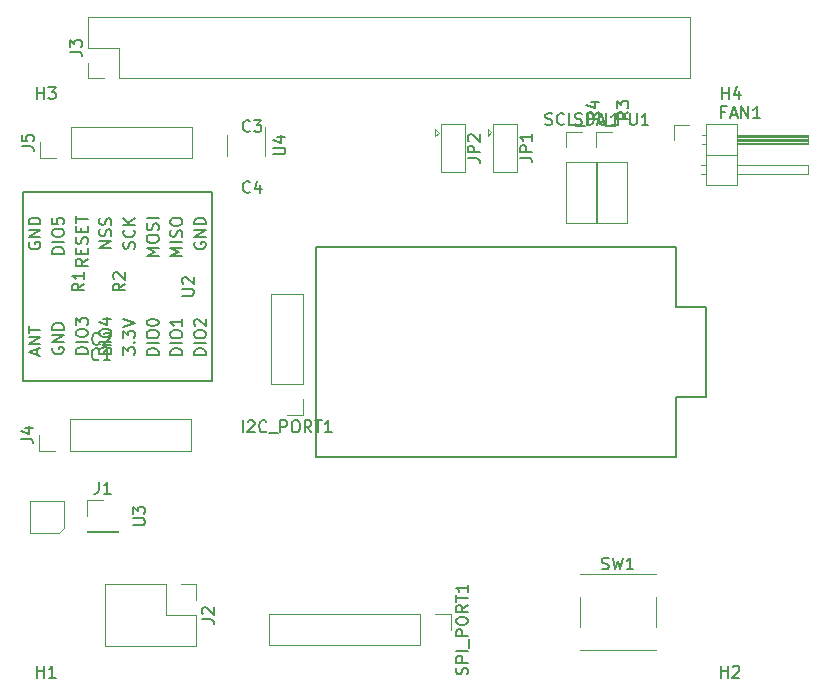
<source format=gbr>
%TF.GenerationSoftware,KiCad,Pcbnew,(5.1.10)-1*%
%TF.CreationDate,2021-12-09T17:34:34+08:00*%
%TF.ProjectId,hat,6861742e-6b69-4636-9164-5f7063625858,rev?*%
%TF.SameCoordinates,Original*%
%TF.FileFunction,Legend,Top*%
%TF.FilePolarity,Positive*%
%FSLAX46Y46*%
G04 Gerber Fmt 4.6, Leading zero omitted, Abs format (unit mm)*
G04 Created by KiCad (PCBNEW (5.1.10)-1) date 2021-12-09 17:34:34*
%MOMM*%
%LPD*%
G01*
G04 APERTURE LIST*
%ADD10C,0.120000*%
%ADD11C,0.160000*%
%ADD12C,0.150000*%
G04 APERTURE END LIST*
D10*
%TO.C,J2*%
X95590000Y-104670000D02*
X95590000Y-109870000D01*
X100730000Y-104670000D02*
X95590000Y-104670000D01*
X103330000Y-109870000D02*
X95590000Y-109870000D01*
X100730000Y-104670000D02*
X100730000Y-107270000D01*
X100730000Y-107270000D02*
X103330000Y-107270000D01*
X103330000Y-107270000D02*
X103330000Y-109870000D01*
X102000000Y-104670000D02*
X103330000Y-104670000D01*
X103330000Y-104670000D02*
X103330000Y-106000000D01*
%TO.C,U4*%
X105890000Y-66600000D02*
X105890000Y-68400000D01*
X109110000Y-68400000D02*
X109110000Y-65950000D01*
%TO.C,U3*%
X91720000Y-100290000D02*
X92120000Y-99890000D01*
X92120000Y-99890000D02*
X92120000Y-97590000D01*
X92120000Y-97590000D02*
X89220000Y-97590000D01*
X89220000Y-97590000D02*
X89220000Y-100290000D01*
X89220000Y-100290000D02*
X91620000Y-100290000D01*
X91620000Y-100290000D02*
X91720000Y-100290000D01*
D11*
%TO.C,U2*%
X104675000Y-71450000D02*
X88675000Y-71450000D01*
X88675000Y-71450000D02*
X88675000Y-87450000D01*
X88675000Y-87450000D02*
X104675000Y-87450000D01*
X104675000Y-87450000D02*
X104675000Y-71450000D01*
D10*
%TO.C,SPI_PORT1*%
X109510000Y-107170000D02*
X109510000Y-109830000D01*
X122270000Y-107170000D02*
X109510000Y-107170000D01*
X122270000Y-109830000D02*
X109510000Y-109830000D01*
X122270000Y-107170000D02*
X122270000Y-109830000D01*
X123540000Y-107170000D02*
X124870000Y-107170000D01*
X124870000Y-107170000D02*
X124870000Y-108500000D01*
%TO.C,SDA_PU1*%
X137170000Y-74060000D02*
X139830000Y-74060000D01*
X137170000Y-68920000D02*
X137170000Y-74060000D01*
X139830000Y-68920000D02*
X139830000Y-74060000D01*
X137170000Y-68920000D02*
X139830000Y-68920000D01*
X137170000Y-67650000D02*
X137170000Y-66320000D01*
X137170000Y-66320000D02*
X138500000Y-66320000D01*
%TO.C,SCL_PU1*%
X134630000Y-74060000D02*
X137290000Y-74060000D01*
X134630000Y-68920000D02*
X134630000Y-74060000D01*
X137290000Y-68920000D02*
X137290000Y-74060000D01*
X134630000Y-68920000D02*
X137290000Y-68920000D01*
X134630000Y-67650000D02*
X134630000Y-66320000D01*
X134630000Y-66320000D02*
X135960000Y-66320000D01*
%TO.C,JP2*%
X123860000Y-66440000D02*
X123560000Y-66740000D01*
X123560000Y-66140000D02*
X123560000Y-66740000D01*
X123860000Y-66440000D02*
X123560000Y-66140000D01*
X124060000Y-65690000D02*
X126060000Y-65690000D01*
X124060000Y-69790000D02*
X124060000Y-65690000D01*
X126060000Y-69790000D02*
X124060000Y-69790000D01*
X126060000Y-65690000D02*
X126060000Y-69790000D01*
%TO.C,JP1*%
X128280000Y-66400000D02*
X127980000Y-66700000D01*
X127980000Y-66100000D02*
X127980000Y-66700000D01*
X128280000Y-66400000D02*
X127980000Y-66100000D01*
X128480000Y-65650000D02*
X130480000Y-65650000D01*
X128480000Y-69750000D02*
X128480000Y-65650000D01*
X130480000Y-69750000D02*
X128480000Y-69750000D01*
X130480000Y-65650000D02*
X130480000Y-69750000D01*
%TO.C,J5*%
X102920000Y-68580000D02*
X102920000Y-65920000D01*
X92700000Y-68580000D02*
X102920000Y-68580000D01*
X92700000Y-65920000D02*
X102920000Y-65920000D01*
X92700000Y-68580000D02*
X92700000Y-65920000D01*
X91430000Y-68580000D02*
X90100000Y-68580000D01*
X90100000Y-68580000D02*
X90100000Y-67250000D01*
%TO.C,J4*%
X102865000Y-93330000D02*
X102865000Y-90670000D01*
X92645000Y-93330000D02*
X102865000Y-93330000D01*
X92645000Y-90670000D02*
X102865000Y-90670000D01*
X92645000Y-93330000D02*
X92645000Y-90670000D01*
X91375000Y-93330000D02*
X90045000Y-93330000D01*
X90045000Y-93330000D02*
X90045000Y-92000000D01*
%TO.C,J1*%
X94070000Y-100205000D02*
X96730000Y-100205000D01*
X94070000Y-100145000D02*
X94070000Y-100205000D01*
X96730000Y-100145000D02*
X96730000Y-100205000D01*
X94070000Y-100145000D02*
X96730000Y-100145000D01*
X94070000Y-98875000D02*
X94070000Y-97545000D01*
X94070000Y-97545000D02*
X95400000Y-97545000D01*
%TO.C,I2C_PORT1*%
X112330000Y-80050000D02*
X109670000Y-80050000D01*
X112330000Y-87730000D02*
X112330000Y-80050000D01*
X109670000Y-87730000D02*
X109670000Y-80050000D01*
X112330000Y-87730000D02*
X109670000Y-87730000D01*
X112330000Y-89000000D02*
X112330000Y-90330000D01*
X112330000Y-90330000D02*
X111000000Y-90330000D01*
%TO.C,FAN1*%
X146440000Y-65670000D02*
X146440000Y-70870000D01*
X146440000Y-70870000D02*
X149100000Y-70870000D01*
X149100000Y-70870000D02*
X149100000Y-65670000D01*
X149100000Y-65670000D02*
X146440000Y-65670000D01*
X149100000Y-66620000D02*
X155100000Y-66620000D01*
X155100000Y-66620000D02*
X155100000Y-67380000D01*
X155100000Y-67380000D02*
X149100000Y-67380000D01*
X149100000Y-66680000D02*
X155100000Y-66680000D01*
X149100000Y-66800000D02*
X155100000Y-66800000D01*
X149100000Y-66920000D02*
X155100000Y-66920000D01*
X149100000Y-67040000D02*
X155100000Y-67040000D01*
X149100000Y-67160000D02*
X155100000Y-67160000D01*
X149100000Y-67280000D02*
X155100000Y-67280000D01*
X146110000Y-66620000D02*
X146440000Y-66620000D01*
X146110000Y-67380000D02*
X146440000Y-67380000D01*
X146440000Y-68270000D02*
X149100000Y-68270000D01*
X149100000Y-69160000D02*
X155100000Y-69160000D01*
X155100000Y-69160000D02*
X155100000Y-69920000D01*
X155100000Y-69920000D02*
X149100000Y-69920000D01*
X146042929Y-69160000D02*
X146440000Y-69160000D01*
X146042929Y-69920000D02*
X146440000Y-69920000D01*
X143730000Y-67000000D02*
X143730000Y-65730000D01*
X143730000Y-65730000D02*
X145000000Y-65730000D01*
%TO.C,J3*%
X94170000Y-61830000D02*
X94170000Y-60500000D01*
X95500000Y-61830000D02*
X94170000Y-61830000D01*
X94170000Y-59230000D02*
X94170000Y-56630000D01*
X96770000Y-59230000D02*
X94170000Y-59230000D01*
X96770000Y-61830000D02*
X96770000Y-59230000D01*
X94170000Y-56630000D02*
X145090000Y-56630000D01*
X96770000Y-61830000D02*
X145090000Y-61830000D01*
X145090000Y-61830000D02*
X145090000Y-56630000D01*
%TO.C,SW1*%
X135770000Y-110230000D02*
X142230000Y-110230000D01*
X135770000Y-105700000D02*
X135770000Y-108300000D01*
X135770000Y-103770000D02*
X142230000Y-103770000D01*
X142230000Y-105700000D02*
X142230000Y-108300000D01*
X135770000Y-103800000D02*
X135770000Y-103770000D01*
X135770000Y-110230000D02*
X135770000Y-110200000D01*
X142230000Y-110230000D02*
X142230000Y-110200000D01*
X142230000Y-103770000D02*
X142230000Y-103800000D01*
D12*
%TO.C,U1*%
X143915000Y-76110000D02*
X113435000Y-76110000D01*
X143915000Y-76110000D02*
X143915000Y-81190000D01*
X143915000Y-81190000D02*
X146455000Y-81190000D01*
X146455000Y-81190000D02*
X146455000Y-88810000D01*
X146455000Y-88810000D02*
X143915000Y-88810000D01*
X143915000Y-88810000D02*
X143915000Y-93890000D01*
X143915000Y-93890000D02*
X113435000Y-93890000D01*
X113435000Y-93890000D02*
X113435000Y-76110000D01*
%TO.C,J2*%
X103782380Y-107603333D02*
X104496666Y-107603333D01*
X104639523Y-107650952D01*
X104734761Y-107746190D01*
X104782380Y-107889047D01*
X104782380Y-107984285D01*
X103877619Y-107174761D02*
X103830000Y-107127142D01*
X103782380Y-107031904D01*
X103782380Y-106793809D01*
X103830000Y-106698571D01*
X103877619Y-106650952D01*
X103972857Y-106603333D01*
X104068095Y-106603333D01*
X104210952Y-106650952D01*
X104782380Y-107222380D01*
X104782380Y-106603333D01*
%TO.C,U4*%
X109852380Y-68261904D02*
X110661904Y-68261904D01*
X110757142Y-68214285D01*
X110804761Y-68166666D01*
X110852380Y-68071428D01*
X110852380Y-67880952D01*
X110804761Y-67785714D01*
X110757142Y-67738095D01*
X110661904Y-67690476D01*
X109852380Y-67690476D01*
X110185714Y-66785714D02*
X110852380Y-66785714D01*
X109804761Y-67023809D02*
X110519047Y-67261904D01*
X110519047Y-66642857D01*
%TO.C,U3*%
X97972380Y-99651904D02*
X98781904Y-99651904D01*
X98877142Y-99604285D01*
X98924761Y-99556666D01*
X98972380Y-99461428D01*
X98972380Y-99270952D01*
X98924761Y-99175714D01*
X98877142Y-99128095D01*
X98781904Y-99080476D01*
X97972380Y-99080476D01*
X97972380Y-98699523D02*
X97972380Y-98080476D01*
X98353333Y-98413809D01*
X98353333Y-98270952D01*
X98400952Y-98175714D01*
X98448571Y-98128095D01*
X98543809Y-98080476D01*
X98781904Y-98080476D01*
X98877142Y-98128095D01*
X98924761Y-98175714D01*
X98972380Y-98270952D01*
X98972380Y-98556666D01*
X98924761Y-98651904D01*
X98877142Y-98699523D01*
%TO.C,U2*%
X102127380Y-80211904D02*
X102936904Y-80211904D01*
X103032142Y-80164285D01*
X103079761Y-80116666D01*
X103127380Y-80021428D01*
X103127380Y-79830952D01*
X103079761Y-79735714D01*
X103032142Y-79688095D01*
X102936904Y-79640476D01*
X102127380Y-79640476D01*
X102222619Y-79211904D02*
X102175000Y-79164285D01*
X102127380Y-79069047D01*
X102127380Y-78830952D01*
X102175000Y-78735714D01*
X102222619Y-78688095D01*
X102317857Y-78640476D01*
X102413095Y-78640476D01*
X102555952Y-78688095D01*
X103127380Y-79259523D01*
X103127380Y-78640476D01*
X91175000Y-84611904D02*
X91127380Y-84707142D01*
X91127380Y-84850000D01*
X91175000Y-84992857D01*
X91270238Y-85088095D01*
X91365476Y-85135714D01*
X91555952Y-85183333D01*
X91698809Y-85183333D01*
X91889285Y-85135714D01*
X91984523Y-85088095D01*
X92079761Y-84992857D01*
X92127380Y-84850000D01*
X92127380Y-84754761D01*
X92079761Y-84611904D01*
X92032142Y-84564285D01*
X91698809Y-84564285D01*
X91698809Y-84754761D01*
X92127380Y-84135714D02*
X91127380Y-84135714D01*
X92127380Y-83564285D01*
X91127380Y-83564285D01*
X92127380Y-83088095D02*
X91127380Y-83088095D01*
X91127380Y-82850000D01*
X91175000Y-82707142D01*
X91270238Y-82611904D01*
X91365476Y-82564285D01*
X91555952Y-82516666D01*
X91698809Y-82516666D01*
X91889285Y-82564285D01*
X91984523Y-82611904D01*
X92079761Y-82707142D01*
X92127380Y-82850000D01*
X92127380Y-83088095D01*
X94127380Y-85150000D02*
X93127380Y-85150000D01*
X93127380Y-84911904D01*
X93175000Y-84769047D01*
X93270238Y-84673809D01*
X93365476Y-84626190D01*
X93555952Y-84578571D01*
X93698809Y-84578571D01*
X93889285Y-84626190D01*
X93984523Y-84673809D01*
X94079761Y-84769047D01*
X94127380Y-84911904D01*
X94127380Y-85150000D01*
X94127380Y-84150000D02*
X93127380Y-84150000D01*
X93127380Y-83483333D02*
X93127380Y-83292857D01*
X93175000Y-83197619D01*
X93270238Y-83102380D01*
X93460714Y-83054761D01*
X93794047Y-83054761D01*
X93984523Y-83102380D01*
X94079761Y-83197619D01*
X94127380Y-83292857D01*
X94127380Y-83483333D01*
X94079761Y-83578571D01*
X93984523Y-83673809D01*
X93794047Y-83721428D01*
X93460714Y-83721428D01*
X93270238Y-83673809D01*
X93175000Y-83578571D01*
X93127380Y-83483333D01*
X93127380Y-82721428D02*
X93127380Y-82102380D01*
X93508333Y-82435714D01*
X93508333Y-82292857D01*
X93555952Y-82197619D01*
X93603571Y-82150000D01*
X93698809Y-82102380D01*
X93936904Y-82102380D01*
X94032142Y-82150000D01*
X94079761Y-82197619D01*
X94127380Y-82292857D01*
X94127380Y-82578571D01*
X94079761Y-82673809D01*
X94032142Y-82721428D01*
X96127380Y-85150000D02*
X95127380Y-85150000D01*
X95127380Y-84911904D01*
X95175000Y-84769047D01*
X95270238Y-84673809D01*
X95365476Y-84626190D01*
X95555952Y-84578571D01*
X95698809Y-84578571D01*
X95889285Y-84626190D01*
X95984523Y-84673809D01*
X96079761Y-84769047D01*
X96127380Y-84911904D01*
X96127380Y-85150000D01*
X96127380Y-84150000D02*
X95127380Y-84150000D01*
X95127380Y-83483333D02*
X95127380Y-83292857D01*
X95175000Y-83197619D01*
X95270238Y-83102380D01*
X95460714Y-83054761D01*
X95794047Y-83054761D01*
X95984523Y-83102380D01*
X96079761Y-83197619D01*
X96127380Y-83292857D01*
X96127380Y-83483333D01*
X96079761Y-83578571D01*
X95984523Y-83673809D01*
X95794047Y-83721428D01*
X95460714Y-83721428D01*
X95270238Y-83673809D01*
X95175000Y-83578571D01*
X95127380Y-83483333D01*
X95460714Y-82197619D02*
X96127380Y-82197619D01*
X95079761Y-82435714D02*
X95794047Y-82673809D01*
X95794047Y-82054761D01*
X97127380Y-85226190D02*
X97127380Y-84607142D01*
X97508333Y-84940476D01*
X97508333Y-84797619D01*
X97555952Y-84702380D01*
X97603571Y-84654761D01*
X97698809Y-84607142D01*
X97936904Y-84607142D01*
X98032142Y-84654761D01*
X98079761Y-84702380D01*
X98127380Y-84797619D01*
X98127380Y-85083333D01*
X98079761Y-85178571D01*
X98032142Y-85226190D01*
X98032142Y-84178571D02*
X98079761Y-84130952D01*
X98127380Y-84178571D01*
X98079761Y-84226190D01*
X98032142Y-84178571D01*
X98127380Y-84178571D01*
X97127380Y-83797619D02*
X97127380Y-83178571D01*
X97508333Y-83511904D01*
X97508333Y-83369047D01*
X97555952Y-83273809D01*
X97603571Y-83226190D01*
X97698809Y-83178571D01*
X97936904Y-83178571D01*
X98032142Y-83226190D01*
X98079761Y-83273809D01*
X98127380Y-83369047D01*
X98127380Y-83654761D01*
X98079761Y-83750000D01*
X98032142Y-83797619D01*
X97127380Y-82892857D02*
X98127380Y-82559523D01*
X97127380Y-82226190D01*
X100127380Y-85250000D02*
X99127380Y-85250000D01*
X99127380Y-85011904D01*
X99175000Y-84869047D01*
X99270238Y-84773809D01*
X99365476Y-84726190D01*
X99555952Y-84678571D01*
X99698809Y-84678571D01*
X99889285Y-84726190D01*
X99984523Y-84773809D01*
X100079761Y-84869047D01*
X100127380Y-85011904D01*
X100127380Y-85250000D01*
X100127380Y-84250000D02*
X99127380Y-84250000D01*
X99127380Y-83583333D02*
X99127380Y-83392857D01*
X99175000Y-83297619D01*
X99270238Y-83202380D01*
X99460714Y-83154761D01*
X99794047Y-83154761D01*
X99984523Y-83202380D01*
X100079761Y-83297619D01*
X100127380Y-83392857D01*
X100127380Y-83583333D01*
X100079761Y-83678571D01*
X99984523Y-83773809D01*
X99794047Y-83821428D01*
X99460714Y-83821428D01*
X99270238Y-83773809D01*
X99175000Y-83678571D01*
X99127380Y-83583333D01*
X99127380Y-82535714D02*
X99127380Y-82440476D01*
X99175000Y-82345238D01*
X99222619Y-82297619D01*
X99317857Y-82250000D01*
X99508333Y-82202380D01*
X99746428Y-82202380D01*
X99936904Y-82250000D01*
X100032142Y-82297619D01*
X100079761Y-82345238D01*
X100127380Y-82440476D01*
X100127380Y-82535714D01*
X100079761Y-82630952D01*
X100032142Y-82678571D01*
X99936904Y-82726190D01*
X99746428Y-82773809D01*
X99508333Y-82773809D01*
X99317857Y-82726190D01*
X99222619Y-82678571D01*
X99175000Y-82630952D01*
X99127380Y-82535714D01*
X102127380Y-85250000D02*
X101127380Y-85250000D01*
X101127380Y-85011904D01*
X101175000Y-84869047D01*
X101270238Y-84773809D01*
X101365476Y-84726190D01*
X101555952Y-84678571D01*
X101698809Y-84678571D01*
X101889285Y-84726190D01*
X101984523Y-84773809D01*
X102079761Y-84869047D01*
X102127380Y-85011904D01*
X102127380Y-85250000D01*
X102127380Y-84250000D02*
X101127380Y-84250000D01*
X101127380Y-83583333D02*
X101127380Y-83392857D01*
X101175000Y-83297619D01*
X101270238Y-83202380D01*
X101460714Y-83154761D01*
X101794047Y-83154761D01*
X101984523Y-83202380D01*
X102079761Y-83297619D01*
X102127380Y-83392857D01*
X102127380Y-83583333D01*
X102079761Y-83678571D01*
X101984523Y-83773809D01*
X101794047Y-83821428D01*
X101460714Y-83821428D01*
X101270238Y-83773809D01*
X101175000Y-83678571D01*
X101127380Y-83583333D01*
X102127380Y-82202380D02*
X102127380Y-82773809D01*
X102127380Y-82488095D02*
X101127380Y-82488095D01*
X101270238Y-82583333D01*
X101365476Y-82678571D01*
X101413095Y-82773809D01*
X104127380Y-85250000D02*
X103127380Y-85250000D01*
X103127380Y-85011904D01*
X103175000Y-84869047D01*
X103270238Y-84773809D01*
X103365476Y-84726190D01*
X103555952Y-84678571D01*
X103698809Y-84678571D01*
X103889285Y-84726190D01*
X103984523Y-84773809D01*
X104079761Y-84869047D01*
X104127380Y-85011904D01*
X104127380Y-85250000D01*
X104127380Y-84250000D02*
X103127380Y-84250000D01*
X103127380Y-83583333D02*
X103127380Y-83392857D01*
X103175000Y-83297619D01*
X103270238Y-83202380D01*
X103460714Y-83154761D01*
X103794047Y-83154761D01*
X103984523Y-83202380D01*
X104079761Y-83297619D01*
X104127380Y-83392857D01*
X104127380Y-83583333D01*
X104079761Y-83678571D01*
X103984523Y-83773809D01*
X103794047Y-83821428D01*
X103460714Y-83821428D01*
X103270238Y-83773809D01*
X103175000Y-83678571D01*
X103127380Y-83583333D01*
X103222619Y-82773809D02*
X103175000Y-82726190D01*
X103127380Y-82630952D01*
X103127380Y-82392857D01*
X103175000Y-82297619D01*
X103222619Y-82250000D01*
X103317857Y-82202380D01*
X103413095Y-82202380D01*
X103555952Y-82250000D01*
X104127380Y-82821428D01*
X104127380Y-82202380D01*
X89175000Y-75711904D02*
X89127380Y-75807142D01*
X89127380Y-75950000D01*
X89175000Y-76092857D01*
X89270238Y-76188095D01*
X89365476Y-76235714D01*
X89555952Y-76283333D01*
X89698809Y-76283333D01*
X89889285Y-76235714D01*
X89984523Y-76188095D01*
X90079761Y-76092857D01*
X90127380Y-75950000D01*
X90127380Y-75854761D01*
X90079761Y-75711904D01*
X90032142Y-75664285D01*
X89698809Y-75664285D01*
X89698809Y-75854761D01*
X90127380Y-75235714D02*
X89127380Y-75235714D01*
X90127380Y-74664285D01*
X89127380Y-74664285D01*
X90127380Y-74188095D02*
X89127380Y-74188095D01*
X89127380Y-73950000D01*
X89175000Y-73807142D01*
X89270238Y-73711904D01*
X89365476Y-73664285D01*
X89555952Y-73616666D01*
X89698809Y-73616666D01*
X89889285Y-73664285D01*
X89984523Y-73711904D01*
X90079761Y-73807142D01*
X90127380Y-73950000D01*
X90127380Y-74188095D01*
X92127380Y-76650000D02*
X91127380Y-76650000D01*
X91127380Y-76411904D01*
X91175000Y-76269047D01*
X91270238Y-76173809D01*
X91365476Y-76126190D01*
X91555952Y-76078571D01*
X91698809Y-76078571D01*
X91889285Y-76126190D01*
X91984523Y-76173809D01*
X92079761Y-76269047D01*
X92127380Y-76411904D01*
X92127380Y-76650000D01*
X92127380Y-75650000D02*
X91127380Y-75650000D01*
X91127380Y-74983333D02*
X91127380Y-74792857D01*
X91175000Y-74697619D01*
X91270238Y-74602380D01*
X91460714Y-74554761D01*
X91794047Y-74554761D01*
X91984523Y-74602380D01*
X92079761Y-74697619D01*
X92127380Y-74792857D01*
X92127380Y-74983333D01*
X92079761Y-75078571D01*
X91984523Y-75173809D01*
X91794047Y-75221428D01*
X91460714Y-75221428D01*
X91270238Y-75173809D01*
X91175000Y-75078571D01*
X91127380Y-74983333D01*
X91127380Y-73650000D02*
X91127380Y-74126190D01*
X91603571Y-74173809D01*
X91555952Y-74126190D01*
X91508333Y-74030952D01*
X91508333Y-73792857D01*
X91555952Y-73697619D01*
X91603571Y-73650000D01*
X91698809Y-73602380D01*
X91936904Y-73602380D01*
X92032142Y-73650000D01*
X92079761Y-73697619D01*
X92127380Y-73792857D01*
X92127380Y-74030952D01*
X92079761Y-74126190D01*
X92032142Y-74173809D01*
X94127380Y-77102380D02*
X93651190Y-77435714D01*
X94127380Y-77673809D02*
X93127380Y-77673809D01*
X93127380Y-77292857D01*
X93175000Y-77197619D01*
X93222619Y-77150000D01*
X93317857Y-77102380D01*
X93460714Y-77102380D01*
X93555952Y-77150000D01*
X93603571Y-77197619D01*
X93651190Y-77292857D01*
X93651190Y-77673809D01*
X93603571Y-76673809D02*
X93603571Y-76340476D01*
X94127380Y-76197619D02*
X94127380Y-76673809D01*
X93127380Y-76673809D01*
X93127380Y-76197619D01*
X94079761Y-75816666D02*
X94127380Y-75673809D01*
X94127380Y-75435714D01*
X94079761Y-75340476D01*
X94032142Y-75292857D01*
X93936904Y-75245238D01*
X93841666Y-75245238D01*
X93746428Y-75292857D01*
X93698809Y-75340476D01*
X93651190Y-75435714D01*
X93603571Y-75626190D01*
X93555952Y-75721428D01*
X93508333Y-75769047D01*
X93413095Y-75816666D01*
X93317857Y-75816666D01*
X93222619Y-75769047D01*
X93175000Y-75721428D01*
X93127380Y-75626190D01*
X93127380Y-75388095D01*
X93175000Y-75245238D01*
X93603571Y-74816666D02*
X93603571Y-74483333D01*
X94127380Y-74340476D02*
X94127380Y-74816666D01*
X93127380Y-74816666D01*
X93127380Y-74340476D01*
X93127380Y-74054761D02*
X93127380Y-73483333D01*
X94127380Y-73769047D02*
X93127380Y-73769047D01*
X96127380Y-76188095D02*
X95127380Y-76188095D01*
X96127380Y-75616666D01*
X95127380Y-75616666D01*
X96079761Y-75188095D02*
X96127380Y-75045238D01*
X96127380Y-74807142D01*
X96079761Y-74711904D01*
X96032142Y-74664285D01*
X95936904Y-74616666D01*
X95841666Y-74616666D01*
X95746428Y-74664285D01*
X95698809Y-74711904D01*
X95651190Y-74807142D01*
X95603571Y-74997619D01*
X95555952Y-75092857D01*
X95508333Y-75140476D01*
X95413095Y-75188095D01*
X95317857Y-75188095D01*
X95222619Y-75140476D01*
X95175000Y-75092857D01*
X95127380Y-74997619D01*
X95127380Y-74759523D01*
X95175000Y-74616666D01*
X96079761Y-74235714D02*
X96127380Y-74092857D01*
X96127380Y-73854761D01*
X96079761Y-73759523D01*
X96032142Y-73711904D01*
X95936904Y-73664285D01*
X95841666Y-73664285D01*
X95746428Y-73711904D01*
X95698809Y-73759523D01*
X95651190Y-73854761D01*
X95603571Y-74045238D01*
X95555952Y-74140476D01*
X95508333Y-74188095D01*
X95413095Y-74235714D01*
X95317857Y-74235714D01*
X95222619Y-74188095D01*
X95175000Y-74140476D01*
X95127380Y-74045238D01*
X95127380Y-73807142D01*
X95175000Y-73664285D01*
X98079761Y-76235714D02*
X98127380Y-76092857D01*
X98127380Y-75854761D01*
X98079761Y-75759523D01*
X98032142Y-75711904D01*
X97936904Y-75664285D01*
X97841666Y-75664285D01*
X97746428Y-75711904D01*
X97698809Y-75759523D01*
X97651190Y-75854761D01*
X97603571Y-76045238D01*
X97555952Y-76140476D01*
X97508333Y-76188095D01*
X97413095Y-76235714D01*
X97317857Y-76235714D01*
X97222619Y-76188095D01*
X97175000Y-76140476D01*
X97127380Y-76045238D01*
X97127380Y-75807142D01*
X97175000Y-75664285D01*
X98032142Y-74664285D02*
X98079761Y-74711904D01*
X98127380Y-74854761D01*
X98127380Y-74950000D01*
X98079761Y-75092857D01*
X97984523Y-75188095D01*
X97889285Y-75235714D01*
X97698809Y-75283333D01*
X97555952Y-75283333D01*
X97365476Y-75235714D01*
X97270238Y-75188095D01*
X97175000Y-75092857D01*
X97127380Y-74950000D01*
X97127380Y-74854761D01*
X97175000Y-74711904D01*
X97222619Y-74664285D01*
X98127380Y-74235714D02*
X97127380Y-74235714D01*
X98127380Y-73664285D02*
X97555952Y-74092857D01*
X97127380Y-73664285D02*
X97698809Y-74235714D01*
X100127380Y-76821428D02*
X99127380Y-76821428D01*
X99841666Y-76488095D01*
X99127380Y-76154761D01*
X100127380Y-76154761D01*
X99127380Y-75488095D02*
X99127380Y-75297619D01*
X99175000Y-75202380D01*
X99270238Y-75107142D01*
X99460714Y-75059523D01*
X99794047Y-75059523D01*
X99984523Y-75107142D01*
X100079761Y-75202380D01*
X100127380Y-75297619D01*
X100127380Y-75488095D01*
X100079761Y-75583333D01*
X99984523Y-75678571D01*
X99794047Y-75726190D01*
X99460714Y-75726190D01*
X99270238Y-75678571D01*
X99175000Y-75583333D01*
X99127380Y-75488095D01*
X100079761Y-74678571D02*
X100127380Y-74535714D01*
X100127380Y-74297619D01*
X100079761Y-74202380D01*
X100032142Y-74154761D01*
X99936904Y-74107142D01*
X99841666Y-74107142D01*
X99746428Y-74154761D01*
X99698809Y-74202380D01*
X99651190Y-74297619D01*
X99603571Y-74488095D01*
X99555952Y-74583333D01*
X99508333Y-74630952D01*
X99413095Y-74678571D01*
X99317857Y-74678571D01*
X99222619Y-74630952D01*
X99175000Y-74583333D01*
X99127380Y-74488095D01*
X99127380Y-74250000D01*
X99175000Y-74107142D01*
X100127380Y-73678571D02*
X99127380Y-73678571D01*
X102127380Y-76821428D02*
X101127380Y-76821428D01*
X101841666Y-76488095D01*
X101127380Y-76154761D01*
X102127380Y-76154761D01*
X102127380Y-75678571D02*
X101127380Y-75678571D01*
X102079761Y-75250000D02*
X102127380Y-75107142D01*
X102127380Y-74869047D01*
X102079761Y-74773809D01*
X102032142Y-74726190D01*
X101936904Y-74678571D01*
X101841666Y-74678571D01*
X101746428Y-74726190D01*
X101698809Y-74773809D01*
X101651190Y-74869047D01*
X101603571Y-75059523D01*
X101555952Y-75154761D01*
X101508333Y-75202380D01*
X101413095Y-75250000D01*
X101317857Y-75250000D01*
X101222619Y-75202380D01*
X101175000Y-75154761D01*
X101127380Y-75059523D01*
X101127380Y-74821428D01*
X101175000Y-74678571D01*
X101127380Y-74059523D02*
X101127380Y-73869047D01*
X101175000Y-73773809D01*
X101270238Y-73678571D01*
X101460714Y-73630952D01*
X101794047Y-73630952D01*
X101984523Y-73678571D01*
X102079761Y-73773809D01*
X102127380Y-73869047D01*
X102127380Y-74059523D01*
X102079761Y-74154761D01*
X101984523Y-74250000D01*
X101794047Y-74297619D01*
X101460714Y-74297619D01*
X101270238Y-74250000D01*
X101175000Y-74154761D01*
X101127380Y-74059523D01*
X89841666Y-85192857D02*
X89841666Y-84716666D01*
X90127380Y-85288095D02*
X89127380Y-84954761D01*
X90127380Y-84621428D01*
X90127380Y-84288095D02*
X89127380Y-84288095D01*
X90127380Y-83716666D01*
X89127380Y-83716666D01*
X89127380Y-83383333D02*
X89127380Y-82811904D01*
X90127380Y-83097619D02*
X89127380Y-83097619D01*
X103175000Y-75711904D02*
X103127380Y-75807142D01*
X103127380Y-75950000D01*
X103175000Y-76092857D01*
X103270238Y-76188095D01*
X103365476Y-76235714D01*
X103555952Y-76283333D01*
X103698809Y-76283333D01*
X103889285Y-76235714D01*
X103984523Y-76188095D01*
X104079761Y-76092857D01*
X104127380Y-75950000D01*
X104127380Y-75854761D01*
X104079761Y-75711904D01*
X104032142Y-75664285D01*
X103698809Y-75664285D01*
X103698809Y-75854761D01*
X104127380Y-75235714D02*
X103127380Y-75235714D01*
X104127380Y-74664285D01*
X103127380Y-74664285D01*
X104127380Y-74188095D02*
X103127380Y-74188095D01*
X103127380Y-73950000D01*
X103175000Y-73807142D01*
X103270238Y-73711904D01*
X103365476Y-73664285D01*
X103555952Y-73616666D01*
X103698809Y-73616666D01*
X103889285Y-73664285D01*
X103984523Y-73711904D01*
X104079761Y-73807142D01*
X104127380Y-73950000D01*
X104127380Y-74188095D01*
%TO.C,SPI_PORT1*%
X126274761Y-112285714D02*
X126322380Y-112142857D01*
X126322380Y-111904761D01*
X126274761Y-111809523D01*
X126227142Y-111761904D01*
X126131904Y-111714285D01*
X126036666Y-111714285D01*
X125941428Y-111761904D01*
X125893809Y-111809523D01*
X125846190Y-111904761D01*
X125798571Y-112095238D01*
X125750952Y-112190476D01*
X125703333Y-112238095D01*
X125608095Y-112285714D01*
X125512857Y-112285714D01*
X125417619Y-112238095D01*
X125370000Y-112190476D01*
X125322380Y-112095238D01*
X125322380Y-111857142D01*
X125370000Y-111714285D01*
X126322380Y-111285714D02*
X125322380Y-111285714D01*
X125322380Y-110904761D01*
X125370000Y-110809523D01*
X125417619Y-110761904D01*
X125512857Y-110714285D01*
X125655714Y-110714285D01*
X125750952Y-110761904D01*
X125798571Y-110809523D01*
X125846190Y-110904761D01*
X125846190Y-111285714D01*
X126322380Y-110285714D02*
X125322380Y-110285714D01*
X126417619Y-110047619D02*
X126417619Y-109285714D01*
X126322380Y-109047619D02*
X125322380Y-109047619D01*
X125322380Y-108666666D01*
X125370000Y-108571428D01*
X125417619Y-108523809D01*
X125512857Y-108476190D01*
X125655714Y-108476190D01*
X125750952Y-108523809D01*
X125798571Y-108571428D01*
X125846190Y-108666666D01*
X125846190Y-109047619D01*
X125322380Y-107857142D02*
X125322380Y-107666666D01*
X125370000Y-107571428D01*
X125465238Y-107476190D01*
X125655714Y-107428571D01*
X125989047Y-107428571D01*
X126179523Y-107476190D01*
X126274761Y-107571428D01*
X126322380Y-107666666D01*
X126322380Y-107857142D01*
X126274761Y-107952380D01*
X126179523Y-108047619D01*
X125989047Y-108095238D01*
X125655714Y-108095238D01*
X125465238Y-108047619D01*
X125370000Y-107952380D01*
X125322380Y-107857142D01*
X126322380Y-106428571D02*
X125846190Y-106761904D01*
X126322380Y-107000000D02*
X125322380Y-107000000D01*
X125322380Y-106619047D01*
X125370000Y-106523809D01*
X125417619Y-106476190D01*
X125512857Y-106428571D01*
X125655714Y-106428571D01*
X125750952Y-106476190D01*
X125798571Y-106523809D01*
X125846190Y-106619047D01*
X125846190Y-107000000D01*
X125322380Y-106142857D02*
X125322380Y-105571428D01*
X126322380Y-105857142D02*
X125322380Y-105857142D01*
X126322380Y-104714285D02*
X126322380Y-105285714D01*
X126322380Y-105000000D02*
X125322380Y-105000000D01*
X125465238Y-105095238D01*
X125560476Y-105190476D01*
X125608095Y-105285714D01*
%TO.C,SDA_PU1*%
X135404761Y-65724761D02*
X135547619Y-65772380D01*
X135785714Y-65772380D01*
X135880952Y-65724761D01*
X135928571Y-65677142D01*
X135976190Y-65581904D01*
X135976190Y-65486666D01*
X135928571Y-65391428D01*
X135880952Y-65343809D01*
X135785714Y-65296190D01*
X135595238Y-65248571D01*
X135500000Y-65200952D01*
X135452380Y-65153333D01*
X135404761Y-65058095D01*
X135404761Y-64962857D01*
X135452380Y-64867619D01*
X135500000Y-64820000D01*
X135595238Y-64772380D01*
X135833333Y-64772380D01*
X135976190Y-64820000D01*
X136404761Y-65772380D02*
X136404761Y-64772380D01*
X136642857Y-64772380D01*
X136785714Y-64820000D01*
X136880952Y-64915238D01*
X136928571Y-65010476D01*
X136976190Y-65200952D01*
X136976190Y-65343809D01*
X136928571Y-65534285D01*
X136880952Y-65629523D01*
X136785714Y-65724761D01*
X136642857Y-65772380D01*
X136404761Y-65772380D01*
X137357142Y-65486666D02*
X137833333Y-65486666D01*
X137261904Y-65772380D02*
X137595238Y-64772380D01*
X137928571Y-65772380D01*
X138023809Y-65867619D02*
X138785714Y-65867619D01*
X139023809Y-65772380D02*
X139023809Y-64772380D01*
X139404761Y-64772380D01*
X139500000Y-64820000D01*
X139547619Y-64867619D01*
X139595238Y-64962857D01*
X139595238Y-65105714D01*
X139547619Y-65200952D01*
X139500000Y-65248571D01*
X139404761Y-65296190D01*
X139023809Y-65296190D01*
X140023809Y-64772380D02*
X140023809Y-65581904D01*
X140071428Y-65677142D01*
X140119047Y-65724761D01*
X140214285Y-65772380D01*
X140404761Y-65772380D01*
X140500000Y-65724761D01*
X140547619Y-65677142D01*
X140595238Y-65581904D01*
X140595238Y-64772380D01*
X141595238Y-65772380D02*
X141023809Y-65772380D01*
X141309523Y-65772380D02*
X141309523Y-64772380D01*
X141214285Y-64915238D01*
X141119047Y-65010476D01*
X141023809Y-65058095D01*
%TO.C,SCL_PU1*%
X132888571Y-65724761D02*
X133031428Y-65772380D01*
X133269523Y-65772380D01*
X133364761Y-65724761D01*
X133412380Y-65677142D01*
X133460000Y-65581904D01*
X133460000Y-65486666D01*
X133412380Y-65391428D01*
X133364761Y-65343809D01*
X133269523Y-65296190D01*
X133079047Y-65248571D01*
X132983809Y-65200952D01*
X132936190Y-65153333D01*
X132888571Y-65058095D01*
X132888571Y-64962857D01*
X132936190Y-64867619D01*
X132983809Y-64820000D01*
X133079047Y-64772380D01*
X133317142Y-64772380D01*
X133460000Y-64820000D01*
X134460000Y-65677142D02*
X134412380Y-65724761D01*
X134269523Y-65772380D01*
X134174285Y-65772380D01*
X134031428Y-65724761D01*
X133936190Y-65629523D01*
X133888571Y-65534285D01*
X133840952Y-65343809D01*
X133840952Y-65200952D01*
X133888571Y-65010476D01*
X133936190Y-64915238D01*
X134031428Y-64820000D01*
X134174285Y-64772380D01*
X134269523Y-64772380D01*
X134412380Y-64820000D01*
X134460000Y-64867619D01*
X135364761Y-65772380D02*
X134888571Y-65772380D01*
X134888571Y-64772380D01*
X135460000Y-65867619D02*
X136221904Y-65867619D01*
X136460000Y-65772380D02*
X136460000Y-64772380D01*
X136840952Y-64772380D01*
X136936190Y-64820000D01*
X136983809Y-64867619D01*
X137031428Y-64962857D01*
X137031428Y-65105714D01*
X136983809Y-65200952D01*
X136936190Y-65248571D01*
X136840952Y-65296190D01*
X136460000Y-65296190D01*
X137460000Y-64772380D02*
X137460000Y-65581904D01*
X137507619Y-65677142D01*
X137555238Y-65724761D01*
X137650476Y-65772380D01*
X137840952Y-65772380D01*
X137936190Y-65724761D01*
X137983809Y-65677142D01*
X138031428Y-65581904D01*
X138031428Y-64772380D01*
X139031428Y-65772380D02*
X138460000Y-65772380D01*
X138745714Y-65772380D02*
X138745714Y-64772380D01*
X138650476Y-64915238D01*
X138555238Y-65010476D01*
X138460000Y-65058095D01*
%TO.C,R4*%
X137382380Y-64696666D02*
X136906190Y-65030000D01*
X137382380Y-65268095D02*
X136382380Y-65268095D01*
X136382380Y-64887142D01*
X136430000Y-64791904D01*
X136477619Y-64744285D01*
X136572857Y-64696666D01*
X136715714Y-64696666D01*
X136810952Y-64744285D01*
X136858571Y-64791904D01*
X136906190Y-64887142D01*
X136906190Y-65268095D01*
X136715714Y-63839523D02*
X137382380Y-63839523D01*
X136334761Y-64077619D02*
X137049047Y-64315714D01*
X137049047Y-63696666D01*
%TO.C,R3*%
X139912380Y-64679166D02*
X139436190Y-65012500D01*
X139912380Y-65250595D02*
X138912380Y-65250595D01*
X138912380Y-64869642D01*
X138960000Y-64774404D01*
X139007619Y-64726785D01*
X139102857Y-64679166D01*
X139245714Y-64679166D01*
X139340952Y-64726785D01*
X139388571Y-64774404D01*
X139436190Y-64869642D01*
X139436190Y-65250595D01*
X138912380Y-64345833D02*
X138912380Y-63726785D01*
X139293333Y-64060119D01*
X139293333Y-63917261D01*
X139340952Y-63822023D01*
X139388571Y-63774404D01*
X139483809Y-63726785D01*
X139721904Y-63726785D01*
X139817142Y-63774404D01*
X139864761Y-63822023D01*
X139912380Y-63917261D01*
X139912380Y-64202976D01*
X139864761Y-64298214D01*
X139817142Y-64345833D01*
%TO.C,R2*%
X97292380Y-79199166D02*
X96816190Y-79532500D01*
X97292380Y-79770595D02*
X96292380Y-79770595D01*
X96292380Y-79389642D01*
X96340000Y-79294404D01*
X96387619Y-79246785D01*
X96482857Y-79199166D01*
X96625714Y-79199166D01*
X96720952Y-79246785D01*
X96768571Y-79294404D01*
X96816190Y-79389642D01*
X96816190Y-79770595D01*
X96387619Y-78818214D02*
X96340000Y-78770595D01*
X96292380Y-78675357D01*
X96292380Y-78437261D01*
X96340000Y-78342023D01*
X96387619Y-78294404D01*
X96482857Y-78246785D01*
X96578095Y-78246785D01*
X96720952Y-78294404D01*
X97292380Y-78865833D01*
X97292380Y-78246785D01*
%TO.C,R1*%
X93812380Y-79206666D02*
X93336190Y-79540000D01*
X93812380Y-79778095D02*
X92812380Y-79778095D01*
X92812380Y-79397142D01*
X92860000Y-79301904D01*
X92907619Y-79254285D01*
X93002857Y-79206666D01*
X93145714Y-79206666D01*
X93240952Y-79254285D01*
X93288571Y-79301904D01*
X93336190Y-79397142D01*
X93336190Y-79778095D01*
X93812380Y-78254285D02*
X93812380Y-78825714D01*
X93812380Y-78540000D02*
X92812380Y-78540000D01*
X92955238Y-78635238D01*
X93050476Y-78730476D01*
X93098095Y-78825714D01*
%TO.C,JP2*%
X126312380Y-68573333D02*
X127026666Y-68573333D01*
X127169523Y-68620952D01*
X127264761Y-68716190D01*
X127312380Y-68859047D01*
X127312380Y-68954285D01*
X127312380Y-68097142D02*
X126312380Y-68097142D01*
X126312380Y-67716190D01*
X126360000Y-67620952D01*
X126407619Y-67573333D01*
X126502857Y-67525714D01*
X126645714Y-67525714D01*
X126740952Y-67573333D01*
X126788571Y-67620952D01*
X126836190Y-67716190D01*
X126836190Y-68097142D01*
X126407619Y-67144761D02*
X126360000Y-67097142D01*
X126312380Y-67001904D01*
X126312380Y-66763809D01*
X126360000Y-66668571D01*
X126407619Y-66620952D01*
X126502857Y-66573333D01*
X126598095Y-66573333D01*
X126740952Y-66620952D01*
X127312380Y-67192380D01*
X127312380Y-66573333D01*
%TO.C,JP1*%
X130732380Y-68533333D02*
X131446666Y-68533333D01*
X131589523Y-68580952D01*
X131684761Y-68676190D01*
X131732380Y-68819047D01*
X131732380Y-68914285D01*
X131732380Y-68057142D02*
X130732380Y-68057142D01*
X130732380Y-67676190D01*
X130780000Y-67580952D01*
X130827619Y-67533333D01*
X130922857Y-67485714D01*
X131065714Y-67485714D01*
X131160952Y-67533333D01*
X131208571Y-67580952D01*
X131256190Y-67676190D01*
X131256190Y-68057142D01*
X131732380Y-66533333D02*
X131732380Y-67104761D01*
X131732380Y-66819047D02*
X130732380Y-66819047D01*
X130875238Y-66914285D01*
X130970476Y-67009523D01*
X131018095Y-67104761D01*
%TO.C,J5*%
X88552380Y-67583333D02*
X89266666Y-67583333D01*
X89409523Y-67630952D01*
X89504761Y-67726190D01*
X89552380Y-67869047D01*
X89552380Y-67964285D01*
X88552380Y-66630952D02*
X88552380Y-67107142D01*
X89028571Y-67154761D01*
X88980952Y-67107142D01*
X88933333Y-67011904D01*
X88933333Y-66773809D01*
X88980952Y-66678571D01*
X89028571Y-66630952D01*
X89123809Y-66583333D01*
X89361904Y-66583333D01*
X89457142Y-66630952D01*
X89504761Y-66678571D01*
X89552380Y-66773809D01*
X89552380Y-67011904D01*
X89504761Y-67107142D01*
X89457142Y-67154761D01*
%TO.C,J4*%
X88497380Y-92333333D02*
X89211666Y-92333333D01*
X89354523Y-92380952D01*
X89449761Y-92476190D01*
X89497380Y-92619047D01*
X89497380Y-92714285D01*
X88830714Y-91428571D02*
X89497380Y-91428571D01*
X88449761Y-91666666D02*
X89164047Y-91904761D01*
X89164047Y-91285714D01*
%TO.C,J1*%
X95066666Y-95997380D02*
X95066666Y-96711666D01*
X95019047Y-96854523D01*
X94923809Y-96949761D01*
X94780952Y-96997380D01*
X94685714Y-96997380D01*
X96066666Y-96997380D02*
X95495238Y-96997380D01*
X95780952Y-96997380D02*
X95780952Y-95997380D01*
X95685714Y-96140238D01*
X95590476Y-96235476D01*
X95495238Y-96283095D01*
%TO.C,I2C_PORT1*%
X107261904Y-91782380D02*
X107261904Y-90782380D01*
X107690476Y-90877619D02*
X107738095Y-90830000D01*
X107833333Y-90782380D01*
X108071428Y-90782380D01*
X108166666Y-90830000D01*
X108214285Y-90877619D01*
X108261904Y-90972857D01*
X108261904Y-91068095D01*
X108214285Y-91210952D01*
X107642857Y-91782380D01*
X108261904Y-91782380D01*
X109261904Y-91687142D02*
X109214285Y-91734761D01*
X109071428Y-91782380D01*
X108976190Y-91782380D01*
X108833333Y-91734761D01*
X108738095Y-91639523D01*
X108690476Y-91544285D01*
X108642857Y-91353809D01*
X108642857Y-91210952D01*
X108690476Y-91020476D01*
X108738095Y-90925238D01*
X108833333Y-90830000D01*
X108976190Y-90782380D01*
X109071428Y-90782380D01*
X109214285Y-90830000D01*
X109261904Y-90877619D01*
X109452380Y-91877619D02*
X110214285Y-91877619D01*
X110452380Y-91782380D02*
X110452380Y-90782380D01*
X110833333Y-90782380D01*
X110928571Y-90830000D01*
X110976190Y-90877619D01*
X111023809Y-90972857D01*
X111023809Y-91115714D01*
X110976190Y-91210952D01*
X110928571Y-91258571D01*
X110833333Y-91306190D01*
X110452380Y-91306190D01*
X111642857Y-90782380D02*
X111833333Y-90782380D01*
X111928571Y-90830000D01*
X112023809Y-90925238D01*
X112071428Y-91115714D01*
X112071428Y-91449047D01*
X112023809Y-91639523D01*
X111928571Y-91734761D01*
X111833333Y-91782380D01*
X111642857Y-91782380D01*
X111547619Y-91734761D01*
X111452380Y-91639523D01*
X111404761Y-91449047D01*
X111404761Y-91115714D01*
X111452380Y-90925238D01*
X111547619Y-90830000D01*
X111642857Y-90782380D01*
X113071428Y-91782380D02*
X112738095Y-91306190D01*
X112500000Y-91782380D02*
X112500000Y-90782380D01*
X112880952Y-90782380D01*
X112976190Y-90830000D01*
X113023809Y-90877619D01*
X113071428Y-90972857D01*
X113071428Y-91115714D01*
X113023809Y-91210952D01*
X112976190Y-91258571D01*
X112880952Y-91306190D01*
X112500000Y-91306190D01*
X113357142Y-90782380D02*
X113928571Y-90782380D01*
X113642857Y-91782380D02*
X113642857Y-90782380D01*
X114785714Y-91782380D02*
X114214285Y-91782380D01*
X114500000Y-91782380D02*
X114500000Y-90782380D01*
X114404761Y-90925238D01*
X114309523Y-91020476D01*
X114214285Y-91068095D01*
%TO.C,FAN1*%
X148099285Y-64658571D02*
X147765952Y-64658571D01*
X147765952Y-65182380D02*
X147765952Y-64182380D01*
X148242142Y-64182380D01*
X148575476Y-64896666D02*
X149051666Y-64896666D01*
X148480238Y-65182380D02*
X148813571Y-64182380D01*
X149146904Y-65182380D01*
X149480238Y-65182380D02*
X149480238Y-64182380D01*
X150051666Y-65182380D01*
X150051666Y-64182380D01*
X151051666Y-65182380D02*
X150480238Y-65182380D01*
X150765952Y-65182380D02*
X150765952Y-64182380D01*
X150670714Y-64325238D01*
X150575476Y-64420476D01*
X150480238Y-64468095D01*
%TO.C,C4*%
X107875833Y-71432142D02*
X107828214Y-71479761D01*
X107685357Y-71527380D01*
X107590119Y-71527380D01*
X107447261Y-71479761D01*
X107352023Y-71384523D01*
X107304404Y-71289285D01*
X107256785Y-71098809D01*
X107256785Y-70955952D01*
X107304404Y-70765476D01*
X107352023Y-70670238D01*
X107447261Y-70575000D01*
X107590119Y-70527380D01*
X107685357Y-70527380D01*
X107828214Y-70575000D01*
X107875833Y-70622619D01*
X108732976Y-70860714D02*
X108732976Y-71527380D01*
X108494880Y-70479761D02*
X108256785Y-71194047D01*
X108875833Y-71194047D01*
%TO.C,C3*%
X107875833Y-66257142D02*
X107828214Y-66304761D01*
X107685357Y-66352380D01*
X107590119Y-66352380D01*
X107447261Y-66304761D01*
X107352023Y-66209523D01*
X107304404Y-66114285D01*
X107256785Y-65923809D01*
X107256785Y-65780952D01*
X107304404Y-65590476D01*
X107352023Y-65495238D01*
X107447261Y-65400000D01*
X107590119Y-65352380D01*
X107685357Y-65352380D01*
X107828214Y-65400000D01*
X107875833Y-65447619D01*
X108209166Y-65352380D02*
X108828214Y-65352380D01*
X108494880Y-65733333D01*
X108637738Y-65733333D01*
X108732976Y-65780952D01*
X108780595Y-65828571D01*
X108828214Y-65923809D01*
X108828214Y-66161904D01*
X108780595Y-66257142D01*
X108732976Y-66304761D01*
X108637738Y-66352380D01*
X108352023Y-66352380D01*
X108256785Y-66304761D01*
X108209166Y-66257142D01*
%TO.C,C2*%
X95130833Y-84277142D02*
X95083214Y-84324761D01*
X94940357Y-84372380D01*
X94845119Y-84372380D01*
X94702261Y-84324761D01*
X94607023Y-84229523D01*
X94559404Y-84134285D01*
X94511785Y-83943809D01*
X94511785Y-83800952D01*
X94559404Y-83610476D01*
X94607023Y-83515238D01*
X94702261Y-83420000D01*
X94845119Y-83372380D01*
X94940357Y-83372380D01*
X95083214Y-83420000D01*
X95130833Y-83467619D01*
X95511785Y-83467619D02*
X95559404Y-83420000D01*
X95654642Y-83372380D01*
X95892738Y-83372380D01*
X95987976Y-83420000D01*
X96035595Y-83467619D01*
X96083214Y-83562857D01*
X96083214Y-83658095D01*
X96035595Y-83800952D01*
X95464166Y-84372380D01*
X96083214Y-84372380D01*
%TO.C,C1*%
X95090833Y-85597142D02*
X95043214Y-85644761D01*
X94900357Y-85692380D01*
X94805119Y-85692380D01*
X94662261Y-85644761D01*
X94567023Y-85549523D01*
X94519404Y-85454285D01*
X94471785Y-85263809D01*
X94471785Y-85120952D01*
X94519404Y-84930476D01*
X94567023Y-84835238D01*
X94662261Y-84740000D01*
X94805119Y-84692380D01*
X94900357Y-84692380D01*
X95043214Y-84740000D01*
X95090833Y-84787619D01*
X96043214Y-85692380D02*
X95471785Y-85692380D01*
X95757500Y-85692380D02*
X95757500Y-84692380D01*
X95662261Y-84835238D01*
X95567023Y-84930476D01*
X95471785Y-84978095D01*
%TO.C,J3*%
X92622380Y-59563333D02*
X93336666Y-59563333D01*
X93479523Y-59610952D01*
X93574761Y-59706190D01*
X93622380Y-59849047D01*
X93622380Y-59944285D01*
X92622380Y-59182380D02*
X92622380Y-58563333D01*
X93003333Y-58896666D01*
X93003333Y-58753809D01*
X93050952Y-58658571D01*
X93098571Y-58610952D01*
X93193809Y-58563333D01*
X93431904Y-58563333D01*
X93527142Y-58610952D01*
X93574761Y-58658571D01*
X93622380Y-58753809D01*
X93622380Y-59039523D01*
X93574761Y-59134761D01*
X93527142Y-59182380D01*
%TO.C,SW1*%
X137666666Y-103354761D02*
X137809523Y-103402380D01*
X138047619Y-103402380D01*
X138142857Y-103354761D01*
X138190476Y-103307142D01*
X138238095Y-103211904D01*
X138238095Y-103116666D01*
X138190476Y-103021428D01*
X138142857Y-102973809D01*
X138047619Y-102926190D01*
X137857142Y-102878571D01*
X137761904Y-102830952D01*
X137714285Y-102783333D01*
X137666666Y-102688095D01*
X137666666Y-102592857D01*
X137714285Y-102497619D01*
X137761904Y-102450000D01*
X137857142Y-102402380D01*
X138095238Y-102402380D01*
X138238095Y-102450000D01*
X138571428Y-102402380D02*
X138809523Y-103402380D01*
X139000000Y-102688095D01*
X139190476Y-103402380D01*
X139428571Y-102402380D01*
X140333333Y-103402380D02*
X139761904Y-103402380D01*
X140047619Y-103402380D02*
X140047619Y-102402380D01*
X139952380Y-102545238D01*
X139857142Y-102640476D01*
X139761904Y-102688095D01*
%TO.C,H1*%
X89838095Y-112552380D02*
X89838095Y-111552380D01*
X89838095Y-112028571D02*
X90409523Y-112028571D01*
X90409523Y-112552380D02*
X90409523Y-111552380D01*
X91409523Y-112552380D02*
X90838095Y-112552380D01*
X91123809Y-112552380D02*
X91123809Y-111552380D01*
X91028571Y-111695238D01*
X90933333Y-111790476D01*
X90838095Y-111838095D01*
%TO.C,H2*%
X147738095Y-112552380D02*
X147738095Y-111552380D01*
X147738095Y-112028571D02*
X148309523Y-112028571D01*
X148309523Y-112552380D02*
X148309523Y-111552380D01*
X148738095Y-111647619D02*
X148785714Y-111600000D01*
X148880952Y-111552380D01*
X149119047Y-111552380D01*
X149214285Y-111600000D01*
X149261904Y-111647619D01*
X149309523Y-111742857D01*
X149309523Y-111838095D01*
X149261904Y-111980952D01*
X148690476Y-112552380D01*
X149309523Y-112552380D01*
%TO.C,H3*%
X89838095Y-63552380D02*
X89838095Y-62552380D01*
X89838095Y-63028571D02*
X90409523Y-63028571D01*
X90409523Y-63552380D02*
X90409523Y-62552380D01*
X90790476Y-62552380D02*
X91409523Y-62552380D01*
X91076190Y-62933333D01*
X91219047Y-62933333D01*
X91314285Y-62980952D01*
X91361904Y-63028571D01*
X91409523Y-63123809D01*
X91409523Y-63361904D01*
X91361904Y-63457142D01*
X91314285Y-63504761D01*
X91219047Y-63552380D01*
X90933333Y-63552380D01*
X90838095Y-63504761D01*
X90790476Y-63457142D01*
%TO.C,H4*%
X147838095Y-63552380D02*
X147838095Y-62552380D01*
X147838095Y-63028571D02*
X148409523Y-63028571D01*
X148409523Y-63552380D02*
X148409523Y-62552380D01*
X149314285Y-62885714D02*
X149314285Y-63552380D01*
X149076190Y-62504761D02*
X148838095Y-63219047D01*
X149457142Y-63219047D01*
%TD*%
M02*

</source>
